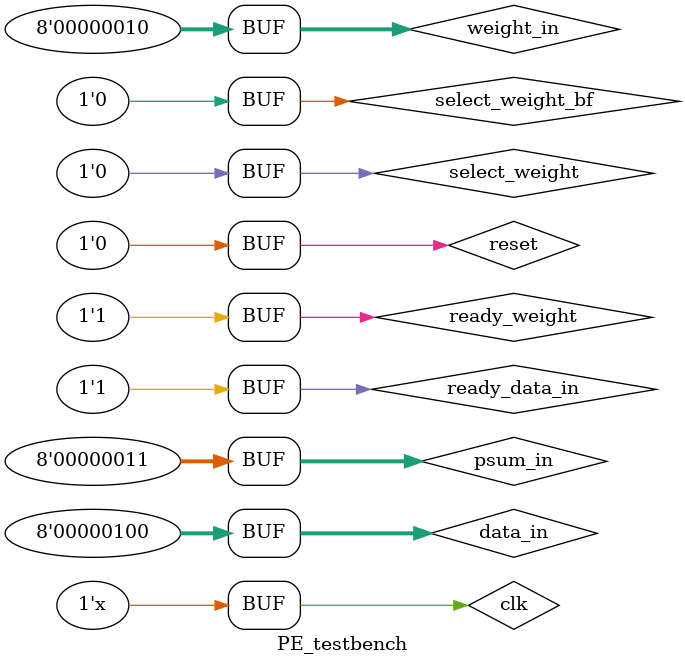
<source format=v>
`timescale 1ns/1ps

module PE_testbench;

 // Change this value to use another Data_Width 
 parameter Data_Width = 8;

 //Inputs
 reg clk, reset, ready_data_in, ready_weight, select_weight, select_weight_bf;
 reg [Data_Width-1:0] data_in, psum_in, weight_in;

 //Outputs
 wire ready_data_out;
 wire [Data_Width-1:0] data_out, psum_out;
 
 
 PE#(.Data_Width(Data_Width)) dut(.clk(clk), .reset(reset), .ready_data_in(ready_data_in), .ready_weight(ready_weight), 
 .select_weight(select_weight), .select_weight_bf(select_weight_bf), .data_in(data_in), .psum_in(psum_in), 
 .weight_in(weight_in), .ready_data_out(ready_data_out), .data_out(data_out), .psum_out(psum_out));

 always
    #5 clk = ~clk;

 initial begin
    clk = 0;
    reset = 0;

    #5 reset = 1;
    #5 reset = 0; ready_weight = 1; 

    //First cycle
    #5; ready_data_in = 1; ready_weight = 1; select_weight = 0; select_weight_bf = 0; data_in = 3; psum_in = 0; weight_in = 2;
    //$display("%0t ns = ready data_out : %b, data_out = %d, psum_out = %d, weight_out", $time, ready_data_out, data_out, psum_out, weight_out);

    #10; ready_data_in = 1; ready_weight = 1; select_weight = 0; select_weight_bf = 0; data_in = 4; psum_in = 3; weight_in = 2;
    //$display("%0t ns = ready data_out : %b, data_out = %d, psum_out = %d, weight_out", $time, ready_data_out, data_out, psum_out, weight_out);

 end


endmodule
</source>
